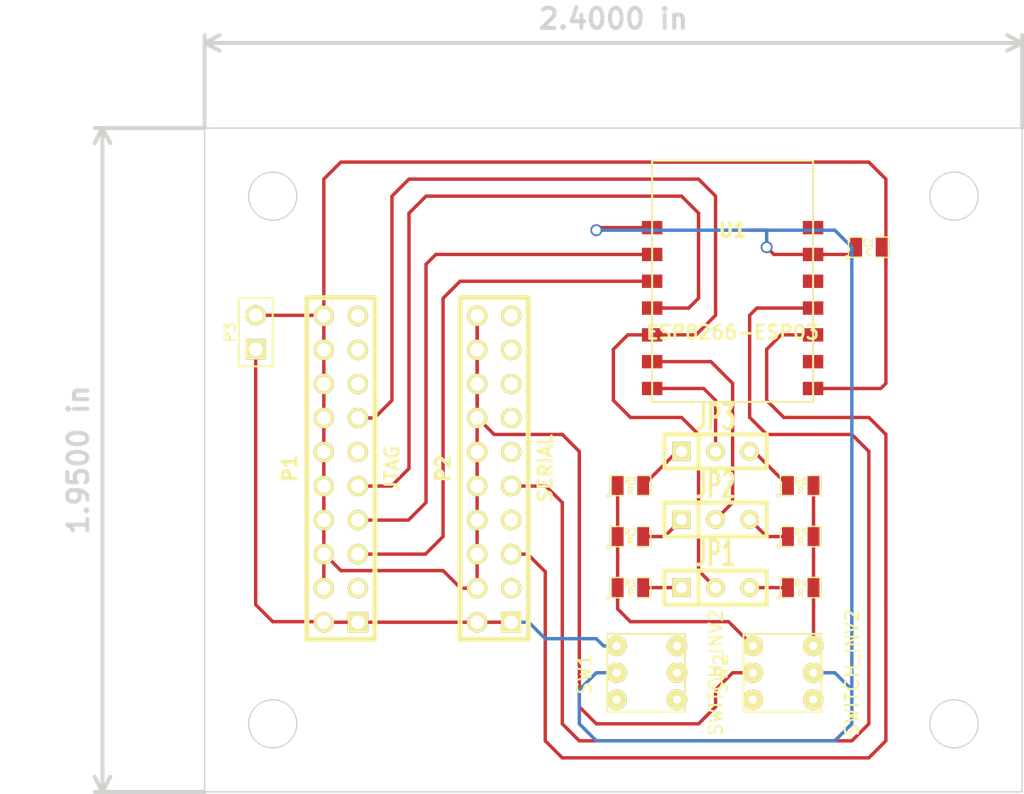
<source format=kicad_pcb>
(kicad_pcb (version 3) (host pcbnew "(2013-june-11)-stable")

  (general
    (links 51)
    (no_connects 0)
    (area 27.889999 25.349999 88.950001 74.980001)
    (thickness 1.6)
    (drawings 10)
    (tracks 189)
    (zones 0)
    (modules 16)
    (nets 20)
  )

  (page A4)
  (layers
    (15 F.Cu signal)
    (0 B.Cu signal hide)
    (16 B.Adhes user)
    (17 F.Adhes user)
    (18 B.Paste user)
    (19 F.Paste user)
    (20 B.SilkS user)
    (21 F.SilkS user)
    (22 B.Mask user)
    (23 F.Mask user)
    (24 Dwgs.User user)
    (25 Cmts.User user)
    (26 Eco1.User user)
    (27 Eco2.User user)
    (28 Edge.Cuts user)
  )

  (setup
    (last_trace_width 0.254)
    (trace_clearance 0.254)
    (zone_clearance 0.508)
    (zone_45_only no)
    (trace_min 0.254)
    (segment_width 0.2)
    (edge_width 0.1)
    (via_size 0.889)
    (via_drill 0.635)
    (via_min_size 0.889)
    (via_min_drill 0.508)
    (uvia_size 0.508)
    (uvia_drill 0.127)
    (uvias_allowed no)
    (uvia_min_size 0.508)
    (uvia_min_drill 0.127)
    (pcb_text_width 0.3)
    (pcb_text_size 1.5 1.5)
    (mod_edge_width 0.15)
    (mod_text_size 1 1)
    (mod_text_width 0.15)
    (pad_size 1.524 1.524)
    (pad_drill 0.6)
    (pad_to_mask_clearance 0)
    (aux_axis_origin 124.46 64.77)
    (visible_elements FFFFFFBF)
    (pcbplotparams
      (layerselection 3178497)
      (usegerberextensions false)
      (excludeedgelayer false)
      (linewidth 0.150000)
      (plotframeref false)
      (viasonmask false)
      (mode 1)
      (useauxorigin false)
      (hpglpennumber 1)
      (hpglpenspeed 20)
      (hpglpendiameter 15)
      (hpglpenoverlay 2)
      (psnegative false)
      (psa4output false)
      (plotreference true)
      (plotvalue true)
      (plotothertext true)
      (plotinvisibletext false)
      (padsonsilk false)
      (subtractmaskfromsilk false)
      (outputformat 2)
      (mirror true)
      (drillshape 2)
      (scaleselection 1)
      (outputdirectory drawings/))
  )

  (net 0 "")
  (net 1 /GPIO0)
  (net 2 /GPIO2)
  (net 3 /MTCK)
  (net 4 /MTDI)
  (net 5 /MTDO)
  (net 6 /MTMS)
  (net 7 /RX)
  (net 8 /TX)
  (net 9 GND)
  (net 10 N-000001)
  (net 11 N-0000011)
  (net 12 N-0000012)
  (net 13 N-0000013)
  (net 14 N-0000014)
  (net 15 N-000002)
  (net 16 N-000003)
  (net 17 N-0000034)
  (net 18 N-000004)
  (net 19 VCC)

  (net_class Default "This is the default net class."
    (clearance 0.254)
    (trace_width 0.254)
    (via_dia 0.889)
    (via_drill 0.635)
    (uvia_dia 0.508)
    (uvia_drill 0.127)
    (add_net "")
    (add_net /GPIO0)
    (add_net /GPIO2)
    (add_net /MTCK)
    (add_net /MTDI)
    (add_net /MTDO)
    (add_net /MTMS)
    (add_net /RX)
    (add_net /TX)
    (add_net GND)
    (add_net N-000001)
    (add_net N-0000011)
    (add_net N-0000012)
    (add_net N-0000013)
    (add_net N-0000014)
    (add_net N-000002)
    (add_net N-000003)
    (add_net N-0000034)
    (add_net N-000004)
    (add_net VCC)
  )

  (module PIN_ARRAY_2X1 (layer F.Cu) (tedit 4565C520) (tstamp 54D926C3)
    (at 31.75 40.64 90)
    (descr "Connecteurs 2 pins")
    (tags "CONN DEV")
    (path /54D7EC77)
    (fp_text reference P3 (at 0 -1.905 90) (layer F.SilkS)
      (effects (font (size 0.762 0.762) (thickness 0.1524)))
    )
    (fp_text value CONN_2 (at 0 -1.905 90) (layer F.SilkS) hide
      (effects (font (size 0.762 0.762) (thickness 0.1524)))
    )
    (fp_line (start -2.54 1.27) (end -2.54 -1.27) (layer F.SilkS) (width 0.1524))
    (fp_line (start -2.54 -1.27) (end 2.54 -1.27) (layer F.SilkS) (width 0.1524))
    (fp_line (start 2.54 -1.27) (end 2.54 1.27) (layer F.SilkS) (width 0.1524))
    (fp_line (start 2.54 1.27) (end -2.54 1.27) (layer F.SilkS) (width 0.1524))
    (pad 1 thru_hole rect (at -1.27 0 90) (size 1.524 1.524) (drill 1.016)
      (layers *.Cu *.Mask F.SilkS)
      (net 19 VCC)
    )
    (pad 2 thru_hole circle (at 1.27 0 90) (size 1.524 1.524) (drill 1.016)
      (layers *.Cu *.Mask F.SilkS)
      (net 9 GND)
    )
    (model pin_array/pins_array_2x1.wrl
      (at (xyz 0 0 0))
      (scale (xyz 1 1 1))
      (rotate (xyz 0 0 0))
    )
  )

  (module pin_array_10x2 (layer F.Cu) (tedit 54D92383) (tstamp 54D926DF)
    (at 38.1 50.8 90)
    (descr "Double rangee de contacts 2 x 10 pins")
    (tags CONN)
    (path /54D7E359)
    (fp_text reference P1 (at 0 -3.81 90) (layer F.SilkS)
      (effects (font (size 1.016 1.016) (thickness 0.254)))
    )
    (fp_text value JTAG (at 0 3.81 90) (layer F.SilkS)
      (effects (font (size 1.016 1.016) (thickness 0.2032)))
    )
    (fp_line (start -12.74 -2.54) (end -12.74 2.54) (layer F.SilkS) (width 0.381))
    (fp_line (start -12.74 2.54) (end 12.74 2.54) (layer F.SilkS) (width 0.381))
    (fp_line (start 12.74 2.54) (end 12.74 -2.54) (layer F.SilkS) (width 0.381))
    (fp_line (start 12.74 -2.54) (end -12.74 -2.54) (layer F.SilkS) (width 0.381))
    (pad 1 thru_hole rect (at -11.47 1.27 90) (size 1.524 1.524) (drill 1.016)
      (layers *.Cu *.Mask F.SilkS)
      (net 19 VCC)
    )
    (pad 2 thru_hole circle (at -11.47 -1.27 90) (size 1.524 1.524) (drill 1.016)
      (layers *.Cu *.Mask F.SilkS)
      (net 19 VCC)
    )
    (pad 3 thru_hole circle (at -8.93 1.27 90) (size 1.524 1.524) (drill 1.016)
      (layers *.Cu *.Mask F.SilkS)
    )
    (pad 4 thru_hole circle (at -8.93 -1.27 90) (size 1.524 1.524) (drill 1.016)
      (layers *.Cu *.Mask F.SilkS)
      (net 9 GND)
    )
    (pad 5 thru_hole circle (at -6.39 1.27 90) (size 1.524 1.524) (drill 1.016)
      (layers *.Cu *.Mask F.SilkS)
      (net 4 /MTDI)
    )
    (pad 6 thru_hole circle (at -6.39 -1.27 90) (size 1.524 1.524) (drill 1.016)
      (layers *.Cu *.Mask F.SilkS)
      (net 9 GND)
    )
    (pad 7 thru_hole circle (at -3.85 1.27 90) (size 1.524 1.524) (drill 1.016)
      (layers *.Cu *.Mask F.SilkS)
      (net 6 /MTMS)
    )
    (pad 8 thru_hole circle (at -3.85 -1.27 90) (size 1.524 1.524) (drill 1.016)
      (layers *.Cu *.Mask F.SilkS)
      (net 9 GND)
    )
    (pad 9 thru_hole circle (at -1.31 1.27 90) (size 1.524 1.524) (drill 1.016)
      (layers *.Cu *.Mask F.SilkS)
      (net 3 /MTCK)
    )
    (pad 10 thru_hole circle (at -1.31 -1.27 90) (size 1.524 1.524) (drill 1.016)
      (layers *.Cu *.Mask F.SilkS)
      (net 9 GND)
    )
    (pad 11 thru_hole circle (at 1.23 1.27 90) (size 1.524 1.524) (drill 1.016)
      (layers *.Cu *.Mask F.SilkS)
    )
    (pad 12 thru_hole circle (at 1.23 -1.27 90) (size 1.524 1.524) (drill 1.016)
      (layers *.Cu *.Mask F.SilkS)
      (net 9 GND)
    )
    (pad 13 thru_hole circle (at 3.77 1.27 90) (size 1.524 1.524) (drill 1.016)
      (layers *.Cu *.Mask F.SilkS)
      (net 5 /MTDO)
    )
    (pad 14 thru_hole circle (at 3.77 -1.27 90) (size 1.524 1.524) (drill 1.016)
      (layers *.Cu *.Mask F.SilkS)
      (net 9 GND)
    )
    (pad 15 thru_hole circle (at 6.31 1.27 90) (size 1.524 1.524) (drill 1.016)
      (layers *.Cu *.Mask F.SilkS)
    )
    (pad 16 thru_hole circle (at 6.31 -1.27 90) (size 1.524 1.524) (drill 1.016)
      (layers *.Cu *.Mask F.SilkS)
      (net 9 GND)
    )
    (pad 17 thru_hole circle (at 8.85 1.27 90) (size 1.524 1.524) (drill 1.016)
      (layers *.Cu *.Mask F.SilkS)
    )
    (pad 18 thru_hole circle (at 8.85 -1.27 90) (size 1.524 1.524) (drill 1.016)
      (layers *.Cu *.Mask F.SilkS)
      (net 9 GND)
    )
    (pad 19 thru_hole circle (at 11.39 1.27 90) (size 1.524 1.524) (drill 1.016)
      (layers *.Cu *.Mask F.SilkS)
    )
    (pad 20 thru_hole circle (at 11.39 -1.27 90) (size 1.524 1.524) (drill 1.016)
      (layers *.Cu *.Mask F.SilkS)
      (net 9 GND)
    )
    (model pin_array/pins_array_12x2.wrl
      (at (xyz 0 0 0))
      (scale (xyz 1 1 1))
      (rotate (xyz 0 0 0))
    )
  )

  (module pin_array_10x2 (layer F.Cu) (tedit 54D92383) (tstamp 54D926FB)
    (at 49.53 50.8 90)
    (descr "Double rangee de contacts 2 x 10 pins")
    (tags CONN)
    (path /54D7E36C)
    (fp_text reference P2 (at 0 -3.81 90) (layer F.SilkS)
      (effects (font (size 1.016 1.016) (thickness 0.254)))
    )
    (fp_text value SERIAL (at 0 3.81 90) (layer F.SilkS)
      (effects (font (size 1.016 1.016) (thickness 0.2032)))
    )
    (fp_line (start -12.74 -2.54) (end -12.74 2.54) (layer F.SilkS) (width 0.381))
    (fp_line (start -12.74 2.54) (end 12.74 2.54) (layer F.SilkS) (width 0.381))
    (fp_line (start 12.74 2.54) (end 12.74 -2.54) (layer F.SilkS) (width 0.381))
    (fp_line (start 12.74 -2.54) (end -12.74 -2.54) (layer F.SilkS) (width 0.381))
    (pad 1 thru_hole rect (at -11.47 1.27 90) (size 1.524 1.524) (drill 1.016)
      (layers *.Cu *.Mask F.SilkS)
      (net 19 VCC)
    )
    (pad 2 thru_hole circle (at -11.47 -1.27 90) (size 1.524 1.524) (drill 1.016)
      (layers *.Cu *.Mask F.SilkS)
      (net 19 VCC)
    )
    (pad 3 thru_hole circle (at -8.93 1.27 90) (size 1.524 1.524) (drill 1.016)
      (layers *.Cu *.Mask F.SilkS)
    )
    (pad 4 thru_hole circle (at -8.93 -1.27 90) (size 1.524 1.524) (drill 1.016)
      (layers *.Cu *.Mask F.SilkS)
      (net 9 GND)
    )
    (pad 5 thru_hole circle (at -6.39 1.27 90) (size 1.524 1.524) (drill 1.016)
      (layers *.Cu *.Mask F.SilkS)
      (net 7 /RX)
    )
    (pad 6 thru_hole circle (at -6.39 -1.27 90) (size 1.524 1.524) (drill 1.016)
      (layers *.Cu *.Mask F.SilkS)
      (net 9 GND)
    )
    (pad 7 thru_hole circle (at -3.85 1.27 90) (size 1.524 1.524) (drill 1.016)
      (layers *.Cu *.Mask F.SilkS)
    )
    (pad 8 thru_hole circle (at -3.85 -1.27 90) (size 1.524 1.524) (drill 1.016)
      (layers *.Cu *.Mask F.SilkS)
      (net 9 GND)
    )
    (pad 9 thru_hole circle (at -1.31 1.27 90) (size 1.524 1.524) (drill 1.016)
      (layers *.Cu *.Mask F.SilkS)
      (net 8 /TX)
    )
    (pad 10 thru_hole circle (at -1.31 -1.27 90) (size 1.524 1.524) (drill 1.016)
      (layers *.Cu *.Mask F.SilkS)
      (net 9 GND)
    )
    (pad 11 thru_hole circle (at 1.23 1.27 90) (size 1.524 1.524) (drill 1.016)
      (layers *.Cu *.Mask F.SilkS)
    )
    (pad 12 thru_hole circle (at 1.23 -1.27 90) (size 1.524 1.524) (drill 1.016)
      (layers *.Cu *.Mask F.SilkS)
      (net 9 GND)
    )
    (pad 13 thru_hole circle (at 3.77 1.27 90) (size 1.524 1.524) (drill 1.016)
      (layers *.Cu *.Mask F.SilkS)
    )
    (pad 14 thru_hole circle (at 3.77 -1.27 90) (size 1.524 1.524) (drill 1.016)
      (layers *.Cu *.Mask F.SilkS)
      (net 9 GND)
    )
    (pad 15 thru_hole circle (at 6.31 1.27 90) (size 1.524 1.524) (drill 1.016)
      (layers *.Cu *.Mask F.SilkS)
    )
    (pad 16 thru_hole circle (at 6.31 -1.27 90) (size 1.524 1.524) (drill 1.016)
      (layers *.Cu *.Mask F.SilkS)
      (net 9 GND)
    )
    (pad 17 thru_hole circle (at 8.85 1.27 90) (size 1.524 1.524) (drill 1.016)
      (layers *.Cu *.Mask F.SilkS)
    )
    (pad 18 thru_hole circle (at 8.85 -1.27 90) (size 1.524 1.524) (drill 1.016)
      (layers *.Cu *.Mask F.SilkS)
      (net 9 GND)
    )
    (pad 19 thru_hole circle (at 11.39 1.27 90) (size 1.524 1.524) (drill 1.016)
      (layers *.Cu *.Mask F.SilkS)
    )
    (pad 20 thru_hole circle (at 11.39 -1.27 90) (size 1.524 1.524) (drill 1.016)
      (layers *.Cu *.Mask F.SilkS)
      (net 9 GND)
    )
    (model pin_array/pins_array_12x2.wrl
      (at (xyz 0 0 0))
      (scale (xyz 1 1 1))
      (rotate (xyz 0 0 0))
    )
  )

  (module esp_03 (layer F.Cu) (tedit 54D92D24) (tstamp 54D93741)
    (at 67.31 36.83)
    (descr "Double rangee de contacts 2 x 10 pins")
    (tags CONN)
    (path /54D7E2B6)
    (fp_text reference U1 (at 0 -3.81) (layer F.SilkS)
      (effects (font (size 1.016 1.016) (thickness 0.254)))
    )
    (fp_text value ESP8266-ESP03 (at 0 3.81) (layer F.SilkS)
      (effects (font (size 1.016 1.016) (thickness 0.2032)))
    )
    (fp_line (start -6 9) (end 6 9) (layer F.SilkS) (width 0.15))
    (fp_line (start 6 9) (end 6 -9) (layer F.SilkS) (width 0.15))
    (fp_line (start 6 -9) (end -6 -9) (layer F.SilkS) (width 0.15))
    (fp_line (start -6 -9) (end -6 9) (layer F.SilkS) (width 0.15))
    (pad 1 smd rect (at 6 8) (size 1.524 1)
      (layers F.Cu F.Paste F.Mask)
      (net 9 GND)
    )
    (pad 2 smd rect (at 6 6) (size 1.524 1)
      (layers F.Cu F.Paste F.Mask)
    )
    (pad 3 smd rect (at 6 4) (size 1.524 1)
      (layers F.Cu F.Paste F.Mask)
      (net 7 /RX)
    )
    (pad 4 smd rect (at 6 2) (size 1.524 1)
      (layers F.Cu F.Paste F.Mask)
      (net 8 /TX)
    )
    (pad 5 smd rect (at 6 0) (size 1.524 1)
      (layers F.Cu F.Paste F.Mask)
    )
    (pad 6 smd rect (at 6 -2) (size 1.524 1)
      (layers F.Cu F.Paste F.Mask)
      (net 17 N-0000034)
    )
    (pad 7 smd rect (at 6 -4) (size 1.524 1)
      (layers F.Cu F.Paste F.Mask)
    )
    (pad 8 smd rect (at -6 -4) (size 1.524 1)
      (layers F.Cu F.Paste F.Mask)
      (net 17 N-0000034)
    )
    (pad 9 smd rect (at -6 -2) (size 1.524 1)
      (layers F.Cu F.Paste F.Mask)
      (net 6 /MTMS)
    )
    (pad 10 smd rect (at -6 0) (size 1.524 1)
      (layers F.Cu F.Paste F.Mask)
      (net 4 /MTDI)
    )
    (pad 11 smd rect (at -6 2) (size 1.524 1)
      (layers F.Cu F.Paste F.Mask)
      (net 3 /MTCK)
    )
    (pad 12 smd rect (at -6 4) (size 1.524 1)
      (layers F.Cu F.Paste F.Mask)
      (net 5 /MTDO)
    )
    (pad 13 smd rect (at -6 6) (size 1.524 1)
      (layers F.Cu F.Paste F.Mask)
      (net 2 /GPIO2)
    )
    (pad 14 smd rect (at -6 8) (size 1.524 1)
      (layers F.Cu F.Paste F.Mask)
      (net 1 /GPIO0)
    )
    (model pin_array/pins_array_12x2.wrl
      (at (xyz 0 0 0))
      (scale (xyz 1 1 1))
      (rotate (xyz 0 0 0))
    )
  )

  (module SM0805 (layer F.Cu) (tedit 5091495C) (tstamp 54D965B3)
    (at 72.39 59.69)
    (path /54D95A1A)
    (attr smd)
    (fp_text reference R4 (at 0 -0.3175) (layer F.SilkS)
      (effects (font (size 0.50038 0.50038) (thickness 0.10922)))
    )
    (fp_text value R (at 0 0.381) (layer F.SilkS)
      (effects (font (size 0.50038 0.50038) (thickness 0.10922)))
    )
    (fp_circle (center -1.651 0.762) (end -1.651 0.635) (layer F.SilkS) (width 0.09906))
    (fp_line (start -0.508 0.762) (end -1.524 0.762) (layer F.SilkS) (width 0.09906))
    (fp_line (start -1.524 0.762) (end -1.524 -0.762) (layer F.SilkS) (width 0.09906))
    (fp_line (start -1.524 -0.762) (end -0.508 -0.762) (layer F.SilkS) (width 0.09906))
    (fp_line (start 0.508 -0.762) (end 1.524 -0.762) (layer F.SilkS) (width 0.09906))
    (fp_line (start 1.524 -0.762) (end 1.524 0.762) (layer F.SilkS) (width 0.09906))
    (fp_line (start 1.524 0.762) (end 0.508 0.762) (layer F.SilkS) (width 0.09906))
    (pad 1 smd rect (at -0.9525 0) (size 0.889 1.397)
      (layers F.Cu F.Paste F.Mask)
      (net 12 N-0000012)
    )
    (pad 2 smd rect (at 0.9525 0) (size 0.889 1.397)
      (layers F.Cu F.Paste F.Mask)
      (net 18 N-000004)
    )
    (model smd/chip_cms.wrl
      (at (xyz 0 0 0))
      (scale (xyz 0.1 0.1 0.1))
      (rotate (xyz 0 0 0))
    )
  )

  (module SM0805 (layer F.Cu) (tedit 5091495C) (tstamp 54DF891B)
    (at 72.39 55.88)
    (path /54D95A29)
    (attr smd)
    (fp_text reference R5 (at 0 -0.3175) (layer F.SilkS)
      (effects (font (size 0.50038 0.50038) (thickness 0.10922)))
    )
    (fp_text value R (at 0 0.381) (layer F.SilkS)
      (effects (font (size 0.50038 0.50038) (thickness 0.10922)))
    )
    (fp_circle (center -1.651 0.762) (end -1.651 0.635) (layer F.SilkS) (width 0.09906))
    (fp_line (start -0.508 0.762) (end -1.524 0.762) (layer F.SilkS) (width 0.09906))
    (fp_line (start -1.524 0.762) (end -1.524 -0.762) (layer F.SilkS) (width 0.09906))
    (fp_line (start -1.524 -0.762) (end -0.508 -0.762) (layer F.SilkS) (width 0.09906))
    (fp_line (start 0.508 -0.762) (end 1.524 -0.762) (layer F.SilkS) (width 0.09906))
    (fp_line (start 1.524 -0.762) (end 1.524 0.762) (layer F.SilkS) (width 0.09906))
    (fp_line (start 1.524 0.762) (end 0.508 0.762) (layer F.SilkS) (width 0.09906))
    (pad 1 smd rect (at -0.9525 0) (size 0.889 1.397)
      (layers F.Cu F.Paste F.Mask)
      (net 13 N-0000013)
    )
    (pad 2 smd rect (at 0.9525 0) (size 0.889 1.397)
      (layers F.Cu F.Paste F.Mask)
      (net 18 N-000004)
    )
    (model smd/chip_cms.wrl
      (at (xyz 0 0 0))
      (scale (xyz 0.1 0.1 0.1))
      (rotate (xyz 0 0 0))
    )
  )

  (module SM0805 (layer F.Cu) (tedit 5091495C) (tstamp 54DF88D8)
    (at 72.39 52.07)
    (path /54D95A38)
    (attr smd)
    (fp_text reference R6 (at 0 -0.3175) (layer F.SilkS)
      (effects (font (size 0.50038 0.50038) (thickness 0.10922)))
    )
    (fp_text value R (at 0 0.381) (layer F.SilkS)
      (effects (font (size 0.50038 0.50038) (thickness 0.10922)))
    )
    (fp_circle (center -1.651 0.762) (end -1.651 0.635) (layer F.SilkS) (width 0.09906))
    (fp_line (start -0.508 0.762) (end -1.524 0.762) (layer F.SilkS) (width 0.09906))
    (fp_line (start -1.524 0.762) (end -1.524 -0.762) (layer F.SilkS) (width 0.09906))
    (fp_line (start -1.524 -0.762) (end -0.508 -0.762) (layer F.SilkS) (width 0.09906))
    (fp_line (start 0.508 -0.762) (end 1.524 -0.762) (layer F.SilkS) (width 0.09906))
    (fp_line (start 1.524 -0.762) (end 1.524 0.762) (layer F.SilkS) (width 0.09906))
    (fp_line (start 1.524 0.762) (end 0.508 0.762) (layer F.SilkS) (width 0.09906))
    (pad 1 smd rect (at -0.9525 0) (size 0.889 1.397)
      (layers F.Cu F.Paste F.Mask)
      (net 14 N-0000014)
    )
    (pad 2 smd rect (at 0.9525 0) (size 0.889 1.397)
      (layers F.Cu F.Paste F.Mask)
      (net 18 N-000004)
    )
    (model smd/chip_cms.wrl
      (at (xyz 0 0 0))
      (scale (xyz 0.1 0.1 0.1))
      (rotate (xyz 0 0 0))
    )
  )

  (module SM0805 (layer F.Cu) (tedit 5091495C) (tstamp 54D9649C)
    (at 59.69 59.69)
    (path /54D95A47)
    (attr smd)
    (fp_text reference R1 (at 0 -0.3175) (layer F.SilkS)
      (effects (font (size 0.50038 0.50038) (thickness 0.10922)))
    )
    (fp_text value R (at 0 0.381) (layer F.SilkS)
      (effects (font (size 0.50038 0.50038) (thickness 0.10922)))
    )
    (fp_circle (center -1.651 0.762) (end -1.651 0.635) (layer F.SilkS) (width 0.09906))
    (fp_line (start -0.508 0.762) (end -1.524 0.762) (layer F.SilkS) (width 0.09906))
    (fp_line (start -1.524 0.762) (end -1.524 -0.762) (layer F.SilkS) (width 0.09906))
    (fp_line (start -1.524 -0.762) (end -0.508 -0.762) (layer F.SilkS) (width 0.09906))
    (fp_line (start 0.508 -0.762) (end 1.524 -0.762) (layer F.SilkS) (width 0.09906))
    (fp_line (start 1.524 -0.762) (end 1.524 0.762) (layer F.SilkS) (width 0.09906))
    (fp_line (start 1.524 0.762) (end 0.508 0.762) (layer F.SilkS) (width 0.09906))
    (pad 1 smd rect (at -0.9525 0) (size 0.889 1.397)
      (layers F.Cu F.Paste F.Mask)
      (net 16 N-000003)
    )
    (pad 2 smd rect (at 0.9525 0) (size 0.889 1.397)
      (layers F.Cu F.Paste F.Mask)
      (net 11 N-0000011)
    )
    (model smd/chip_cms.wrl
      (at (xyz 0 0 0))
      (scale (xyz 0.1 0.1 0.1))
      (rotate (xyz 0 0 0))
    )
  )

  (module SM0805 (layer F.Cu) (tedit 5091495C) (tstamp 54D964A9)
    (at 59.69 55.88)
    (path /54D95A56)
    (attr smd)
    (fp_text reference R2 (at 0 -0.3175) (layer F.SilkS)
      (effects (font (size 0.50038 0.50038) (thickness 0.10922)))
    )
    (fp_text value R (at 0 0.381) (layer F.SilkS)
      (effects (font (size 0.50038 0.50038) (thickness 0.10922)))
    )
    (fp_circle (center -1.651 0.762) (end -1.651 0.635) (layer F.SilkS) (width 0.09906))
    (fp_line (start -0.508 0.762) (end -1.524 0.762) (layer F.SilkS) (width 0.09906))
    (fp_line (start -1.524 0.762) (end -1.524 -0.762) (layer F.SilkS) (width 0.09906))
    (fp_line (start -1.524 -0.762) (end -0.508 -0.762) (layer F.SilkS) (width 0.09906))
    (fp_line (start 0.508 -0.762) (end 1.524 -0.762) (layer F.SilkS) (width 0.09906))
    (fp_line (start 1.524 -0.762) (end 1.524 0.762) (layer F.SilkS) (width 0.09906))
    (fp_line (start 1.524 0.762) (end 0.508 0.762) (layer F.SilkS) (width 0.09906))
    (pad 1 smd rect (at -0.9525 0) (size 0.889 1.397)
      (layers F.Cu F.Paste F.Mask)
      (net 16 N-000003)
    )
    (pad 2 smd rect (at 0.9525 0) (size 0.889 1.397)
      (layers F.Cu F.Paste F.Mask)
      (net 15 N-000002)
    )
    (model smd/chip_cms.wrl
      (at (xyz 0 0 0))
      (scale (xyz 0.1 0.1 0.1))
      (rotate (xyz 0 0 0))
    )
  )

  (module SM0805 (layer F.Cu) (tedit 5091495C) (tstamp 54D964B6)
    (at 59.69 52.07)
    (path /54D95A65)
    (attr smd)
    (fp_text reference R3 (at 0 -0.3175) (layer F.SilkS)
      (effects (font (size 0.50038 0.50038) (thickness 0.10922)))
    )
    (fp_text value R (at 0 0.381) (layer F.SilkS)
      (effects (font (size 0.50038 0.50038) (thickness 0.10922)))
    )
    (fp_circle (center -1.651 0.762) (end -1.651 0.635) (layer F.SilkS) (width 0.09906))
    (fp_line (start -0.508 0.762) (end -1.524 0.762) (layer F.SilkS) (width 0.09906))
    (fp_line (start -1.524 0.762) (end -1.524 -0.762) (layer F.SilkS) (width 0.09906))
    (fp_line (start -1.524 -0.762) (end -0.508 -0.762) (layer F.SilkS) (width 0.09906))
    (fp_line (start 0.508 -0.762) (end 1.524 -0.762) (layer F.SilkS) (width 0.09906))
    (fp_line (start 1.524 -0.762) (end 1.524 0.762) (layer F.SilkS) (width 0.09906))
    (fp_line (start 1.524 0.762) (end 0.508 0.762) (layer F.SilkS) (width 0.09906))
    (pad 1 smd rect (at -0.9525 0) (size 0.889 1.397)
      (layers F.Cu F.Paste F.Mask)
      (net 16 N-000003)
    )
    (pad 2 smd rect (at 0.9525 0) (size 0.889 1.397)
      (layers F.Cu F.Paste F.Mask)
      (net 10 N-000001)
    )
    (model smd/chip_cms.wrl
      (at (xyz 0 0 0))
      (scale (xyz 0.1 0.1 0.1))
      (rotate (xyz 0 0 0))
    )
  )

  (module SIL-3 (layer F.Cu) (tedit 200000) (tstamp 54D964C2)
    (at 66.04 59.69)
    (descr "Connecteur 3 pins")
    (tags "CONN DEV")
    (path /54D95856)
    (fp_text reference JP1 (at 0 -2.54) (layer F.SilkS)
      (effects (font (size 1.7907 1.07696) (thickness 0.3048)))
    )
    (fp_text value JUMPER3 (at 0 -2.54) (layer F.SilkS) hide
      (effects (font (size 1.524 1.016) (thickness 0.3048)))
    )
    (fp_line (start -3.81 1.27) (end -3.81 -1.27) (layer F.SilkS) (width 0.3048))
    (fp_line (start -3.81 -1.27) (end 3.81 -1.27) (layer F.SilkS) (width 0.3048))
    (fp_line (start 3.81 -1.27) (end 3.81 1.27) (layer F.SilkS) (width 0.3048))
    (fp_line (start 3.81 1.27) (end -3.81 1.27) (layer F.SilkS) (width 0.3048))
    (fp_line (start -1.27 -1.27) (end -1.27 1.27) (layer F.SilkS) (width 0.3048))
    (pad 1 thru_hole rect (at -2.54 0) (size 1.397 1.397) (drill 0.8128)
      (layers *.Cu *.Mask F.SilkS)
      (net 11 N-0000011)
    )
    (pad 2 thru_hole circle (at 0 0) (size 1.397 1.397) (drill 0.8128)
      (layers *.Cu *.Mask F.SilkS)
      (net 5 /MTDO)
    )
    (pad 3 thru_hole circle (at 2.54 0) (size 1.397 1.397) (drill 0.8128)
      (layers *.Cu *.Mask F.SilkS)
      (net 12 N-0000012)
    )
  )

  (module SIL-3 (layer F.Cu) (tedit 200000) (tstamp 54D964CE)
    (at 66.04 54.61)
    (descr "Connecteur 3 pins")
    (tags "CONN DEV")
    (path /54D95865)
    (fp_text reference JP2 (at 0 -2.54) (layer F.SilkS)
      (effects (font (size 1.7907 1.07696) (thickness 0.3048)))
    )
    (fp_text value JUMPER3 (at 0 -2.54) (layer F.SilkS) hide
      (effects (font (size 1.524 1.016) (thickness 0.3048)))
    )
    (fp_line (start -3.81 1.27) (end -3.81 -1.27) (layer F.SilkS) (width 0.3048))
    (fp_line (start -3.81 -1.27) (end 3.81 -1.27) (layer F.SilkS) (width 0.3048))
    (fp_line (start 3.81 -1.27) (end 3.81 1.27) (layer F.SilkS) (width 0.3048))
    (fp_line (start 3.81 1.27) (end -3.81 1.27) (layer F.SilkS) (width 0.3048))
    (fp_line (start -1.27 -1.27) (end -1.27 1.27) (layer F.SilkS) (width 0.3048))
    (pad 1 thru_hole rect (at -2.54 0) (size 1.397 1.397) (drill 0.8128)
      (layers *.Cu *.Mask F.SilkS)
      (net 15 N-000002)
    )
    (pad 2 thru_hole circle (at 0 0) (size 1.397 1.397) (drill 0.8128)
      (layers *.Cu *.Mask F.SilkS)
      (net 2 /GPIO2)
    )
    (pad 3 thru_hole circle (at 2.54 0) (size 1.397 1.397) (drill 0.8128)
      (layers *.Cu *.Mask F.SilkS)
      (net 13 N-0000013)
    )
  )

  (module SIL-3 (layer F.Cu) (tedit 200000) (tstamp 54D964DA)
    (at 66.04 49.53)
    (descr "Connecteur 3 pins")
    (tags "CONN DEV")
    (path /54D95874)
    (fp_text reference JP3 (at 0 -2.54) (layer F.SilkS)
      (effects (font (size 1.7907 1.07696) (thickness 0.3048)))
    )
    (fp_text value JUMPER3 (at 0 -2.54) (layer F.SilkS) hide
      (effects (font (size 1.524 1.016) (thickness 0.3048)))
    )
    (fp_line (start -3.81 1.27) (end -3.81 -1.27) (layer F.SilkS) (width 0.3048))
    (fp_line (start -3.81 -1.27) (end 3.81 -1.27) (layer F.SilkS) (width 0.3048))
    (fp_line (start 3.81 -1.27) (end 3.81 1.27) (layer F.SilkS) (width 0.3048))
    (fp_line (start 3.81 1.27) (end -3.81 1.27) (layer F.SilkS) (width 0.3048))
    (fp_line (start -1.27 -1.27) (end -1.27 1.27) (layer F.SilkS) (width 0.3048))
    (pad 1 thru_hole rect (at -2.54 0) (size 1.397 1.397) (drill 0.8128)
      (layers *.Cu *.Mask F.SilkS)
      (net 10 N-000001)
    )
    (pad 2 thru_hole circle (at 0 0) (size 1.397 1.397) (drill 0.8128)
      (layers *.Cu *.Mask F.SilkS)
      (net 1 /GPIO0)
    )
    (pad 3 thru_hole circle (at 2.54 0) (size 1.397 1.397) (drill 0.8128)
      (layers *.Cu *.Mask F.SilkS)
      (net 14 N-0000014)
    )
  )

  (module SWITCH_INV2 (layer F.Cu) (tedit 54DF5DDD) (tstamp 54DF5E8C)
    (at 71.12 66.04 270)
    (path /54DF57C1)
    (fp_text reference SW2 (at 0.1 4.7 270) (layer F.SilkS)
      (effects (font (size 1 1) (thickness 0.15)))
    )
    (fp_text value SWITCH_INV2 (at 0 -5.1 270) (layer F.SilkS)
      (effects (font (size 1 1) (thickness 0.15)))
    )
    (fp_line (start 2.9 -2.8) (end 2.9 3) (layer F.SilkS) (width 0.15))
    (fp_line (start 2.9 3) (end -2.9 3) (layer F.SilkS) (width 0.15))
    (fp_line (start -2.9 3) (end -2.9 -2.8) (layer F.SilkS) (width 0.15))
    (fp_line (start -2.9 -2.8) (end 2.9 -2.8) (layer F.SilkS) (width 0.15))
    (pad 1 thru_hole circle (at -2 -2.2 270) (size 1.524 1.524) (drill 0.6)
      (layers *.Cu *.Mask F.SilkS)
      (net 18 N-000004)
    )
    (pad 2 thru_hole circle (at 0 -2.2 270) (size 1.524 1.524) (drill 0.6)
      (layers *.Cu *.Mask F.SilkS)
      (net 17 N-0000034)
    )
    (pad 3 thru_hole circle (at 2 -2.2 270) (size 1.524 1.524) (drill 0.6)
      (layers *.Cu *.Mask F.SilkS)
    )
    (pad 4 thru_hole circle (at -2 2.3 270) (size 1.524 1.524) (drill 0.6)
      (layers *.Cu *.Mask F.SilkS)
      (net 16 N-000003)
    )
    (pad 5 thru_hole circle (at 0 2.3 270) (size 1.524 1.524) (drill 0.6)
      (layers *.Cu *.Mask F.SilkS)
      (net 9 GND)
    )
    (pad 6 thru_hole circle (at 2 2.3 270) (size 1.524 1.524) (drill 0.6)
      (layers *.Cu *.Mask F.SilkS)
    )
  )

  (module SWITCH_INV2 (layer F.Cu) (tedit 54DF5DDD) (tstamp 54DF5E9A)
    (at 60.96 66.04 270)
    (path /54DF5C48)
    (fp_text reference SW1 (at 0.1 4.7 270) (layer F.SilkS)
      (effects (font (size 1 1) (thickness 0.15)))
    )
    (fp_text value SWITCH_INV2 (at 0 -5.1 270) (layer F.SilkS)
      (effects (font (size 1 1) (thickness 0.15)))
    )
    (fp_line (start 2.9 -2.8) (end 2.9 3) (layer F.SilkS) (width 0.15))
    (fp_line (start 2.9 3) (end -2.9 3) (layer F.SilkS) (width 0.15))
    (fp_line (start -2.9 3) (end -2.9 -2.8) (layer F.SilkS) (width 0.15))
    (fp_line (start -2.9 -2.8) (end 2.9 -2.8) (layer F.SilkS) (width 0.15))
    (pad 1 thru_hole circle (at -2 -2.2 270) (size 1.524 1.524) (drill 0.6)
      (layers *.Cu *.Mask F.SilkS)
    )
    (pad 2 thru_hole circle (at 0 -2.2 270) (size 1.524 1.524) (drill 0.6)
      (layers *.Cu *.Mask F.SilkS)
    )
    (pad 3 thru_hole circle (at 2 -2.2 270) (size 1.524 1.524) (drill 0.6)
      (layers *.Cu *.Mask F.SilkS)
    )
    (pad 4 thru_hole circle (at -2 2.3 270) (size 1.524 1.524) (drill 0.6)
      (layers *.Cu *.Mask F.SilkS)
      (net 19 VCC)
    )
    (pad 5 thru_hole circle (at 0 2.3 270) (size 1.524 1.524) (drill 0.6)
      (layers *.Cu *.Mask F.SilkS)
      (net 17 N-0000034)
    )
    (pad 6 thru_hole circle (at 2 2.3 270) (size 1.524 1.524) (drill 0.6)
      (layers *.Cu *.Mask F.SilkS)
    )
  )

  (module SM0805 (layer F.Cu) (tedit 5091495C) (tstamp 54DFBAFE)
    (at 77.47 34.29)
    (path /54DFBA92)
    (attr smd)
    (fp_text reference C1 (at 0 -0.3175) (layer F.SilkS)
      (effects (font (size 0.50038 0.50038) (thickness 0.10922)))
    )
    (fp_text value C (at 0 0.381) (layer F.SilkS)
      (effects (font (size 0.50038 0.50038) (thickness 0.10922)))
    )
    (fp_circle (center -1.651 0.762) (end -1.651 0.635) (layer F.SilkS) (width 0.09906))
    (fp_line (start -0.508 0.762) (end -1.524 0.762) (layer F.SilkS) (width 0.09906))
    (fp_line (start -1.524 0.762) (end -1.524 -0.762) (layer F.SilkS) (width 0.09906))
    (fp_line (start -1.524 -0.762) (end -0.508 -0.762) (layer F.SilkS) (width 0.09906))
    (fp_line (start 0.508 -0.762) (end 1.524 -0.762) (layer F.SilkS) (width 0.09906))
    (fp_line (start 1.524 -0.762) (end 1.524 0.762) (layer F.SilkS) (width 0.09906))
    (fp_line (start 1.524 0.762) (end 0.508 0.762) (layer F.SilkS) (width 0.09906))
    (pad 1 smd rect (at -0.9525 0) (size 0.889 1.397)
      (layers F.Cu F.Paste F.Mask)
      (net 17 N-0000034)
    )
    (pad 2 smd rect (at 0.9525 0) (size 0.889 1.397)
      (layers F.Cu F.Paste F.Mask)
      (net 9 GND)
    )
    (model smd/chip_cms.wrl
      (at (xyz 0 0 0))
      (scale (xyz 0.1 0.1 0.1))
      (rotate (xyz 0 0 0))
    )
  )

  (gr_circle (center 83.82 69.85) (end 85.09 68.58) (layer Edge.Cuts) (width 0.1))
  (gr_circle (center 33.02 30.48) (end 34.29 31.75) (layer Edge.Cuts) (width 0.1))
  (gr_circle (center 83.82 30.48) (end 85.09 29.21) (layer Edge.Cuts) (width 0.1))
  (gr_circle (center 33.02 69.85) (end 31.75 71.12) (layer Edge.Cuts) (width 0.1))
  (gr_line (start 27.94 74.93) (end 27.94 25.4) (angle 90) (layer Edge.Cuts) (width 0.1))
  (gr_line (start 88.9 74.93) (end 27.94 74.93) (angle 90) (layer Edge.Cuts) (width 0.1))
  (gr_line (start 88.9 25.4) (end 88.9 74.93) (angle 90) (layer Edge.Cuts) (width 0.1))
  (gr_line (start 27.94 25.4) (end 88.9 25.4) (angle 90) (layer Edge.Cuts) (width 0.1))
  (dimension 49.53 (width 0.3) (layer Edge.Cuts)
    (gr_text "49.530 mm" (at 18.970001 50.165 270) (layer Edge.Cuts)
      (effects (font (size 1.5 1.5) (thickness 0.3)))
    )
    (feature1 (pts (xy 27.94 74.93) (xy 17.620001 74.93)))
    (feature2 (pts (xy 27.94 25.4) (xy 17.620001 25.4)))
    (crossbar (pts (xy 20.320001 25.4) (xy 20.320001 74.93)))
    (arrow1a (pts (xy 20.320001 74.93) (xy 19.733581 73.803497)))
    (arrow1b (pts (xy 20.320001 74.93) (xy 20.906421 73.803497)))
    (arrow2a (pts (xy 20.320001 25.4) (xy 19.733581 26.526503)))
    (arrow2b (pts (xy 20.320001 25.4) (xy 20.906421 26.526503)))
  )
  (dimension 60.96 (width 0.3) (layer Edge.Cuts)
    (gr_text "60.960 mm" (at 58.42 17.700001) (layer Edge.Cuts)
      (effects (font (size 1.5 1.5) (thickness 0.3)))
    )
    (feature1 (pts (xy 88.9 25.4) (xy 88.9 16.350001)))
    (feature2 (pts (xy 27.94 25.4) (xy 27.94 16.350001)))
    (crossbar (pts (xy 27.94 19.050001) (xy 88.9 19.050001)))
    (arrow1a (pts (xy 88.9 19.050001) (xy 87.773497 19.636421)))
    (arrow1b (pts (xy 88.9 19.050001) (xy 87.773497 18.463581)))
    (arrow2a (pts (xy 27.94 19.050001) (xy 29.066503 19.636421)))
    (arrow2b (pts (xy 27.94 19.050001) (xy 29.066503 18.463581)))
  )

  (segment (start 66.04 49.53) (end 66.04 46.99) (width 0.254) (layer F.Cu) (net 1))
  (segment (start 61.31 44.83) (end 65.15 44.83) (width 0.254) (layer F.Cu) (net 1))
  (segment (start 65.15 44.83) (end 66.04 45.72) (width 0.254) (layer F.Cu) (net 1) (tstamp 54DF6006))
  (segment (start 66.04 45.72) (end 66.04 46.99) (width 0.254) (layer F.Cu) (net 1) (tstamp 54DF6009))
  (segment (start 66.04 54.61) (end 67.31 53.34) (width 0.254) (layer F.Cu) (net 2))
  (segment (start 61.31 42.83) (end 65.69 42.83) (width 0.254) (layer F.Cu) (net 2))
  (segment (start 67.31 46.99) (end 67.31 53.34) (width 0.254) (layer F.Cu) (net 2) (tstamp 54D9676F))
  (segment (start 67.31 44.45) (end 67.31 46.99) (width 0.254) (layer F.Cu) (net 2) (tstamp 54DF5FFA))
  (segment (start 65.69 42.83) (end 67.31 44.45) (width 0.254) (layer F.Cu) (net 2) (tstamp 54DF5FF7))
  (segment (start 39.37 52.11) (end 41.87 52.11) (width 0.254) (layer F.Cu) (net 3))
  (segment (start 41.87 52.11) (end 43.18 50.8) (width 0.254) (layer F.Cu) (net 3) (tstamp 54DF6723))
  (segment (start 61.31 38.83) (end 64.04 38.83) (width 0.254) (layer F.Cu) (net 3))
  (segment (start 64.77 38.1) (end 64.04 38.83) (width 0.254) (layer F.Cu) (net 3) (tstamp 54D94DF1))
  (segment (start 64.77 31.75) (end 64.77 38.1) (width 0.254) (layer F.Cu) (net 3) (tstamp 54D94DF0))
  (segment (start 63.5 30.48) (end 64.77 31.75) (width 0.254) (layer F.Cu) (net 3) (tstamp 54D94DED))
  (segment (start 44.45 30.48) (end 63.5 30.48) (width 0.254) (layer F.Cu) (net 3) (tstamp 54D94DEB))
  (segment (start 43.18 31.75) (end 44.45 30.48) (width 0.254) (layer F.Cu) (net 3) (tstamp 54D94DE9))
  (segment (start 43.18 50.8) (end 43.18 31.75) (width 0.254) (layer F.Cu) (net 3) (tstamp 54DF6729))
  (segment (start 39.37 57.19) (end 44.41 57.19) (width 0.254) (layer F.Cu) (net 4))
  (segment (start 44.41 57.19) (end 45.72 55.88) (width 0.254) (layer F.Cu) (net 4) (tstamp 54DF6734))
  (segment (start 46.99 36.83) (end 61.31 36.83) (width 0.254) (layer F.Cu) (net 4) (tstamp 54D94E2F))
  (segment (start 45.72 38.1) (end 46.99 36.83) (width 0.254) (layer F.Cu) (net 4) (tstamp 54D94E2D))
  (segment (start 45.72 55.88) (end 45.72 38.1) (width 0.254) (layer F.Cu) (net 4) (tstamp 54DF6739))
  (segment (start 39.37 47.03) (end 40.6 47.03) (width 0.254) (layer F.Cu) (net 5))
  (segment (start 40.6 47.03) (end 41.91 45.72) (width 0.254) (layer F.Cu) (net 5) (tstamp 54DF6716))
  (segment (start 64.77 50.8) (end 64.77 48.26) (width 0.254) (layer F.Cu) (net 5))
  (segment (start 64.77 48.26) (end 63.5 46.99) (width 0.254) (layer F.Cu) (net 5) (tstamp 54DF601C))
  (segment (start 61.31 40.83) (end 59.5 40.83) (width 0.254) (layer F.Cu) (net 5))
  (segment (start 59.5 40.83) (end 58.42 41.91) (width 0.254) (layer F.Cu) (net 5) (tstamp 54D96775))
  (segment (start 58.42 41.91) (end 58.42 45.72) (width 0.254) (layer F.Cu) (net 5) (tstamp 54D96777))
  (segment (start 58.42 45.72) (end 59.69 46.99) (width 0.254) (layer F.Cu) (net 5) (tstamp 54D9677A))
  (segment (start 59.69 46.99) (end 63.5 46.99) (width 0.254) (layer F.Cu) (net 5) (tstamp 54D9677C))
  (segment (start 64.58 40.83) (end 61.31 40.83) (width 0.254) (layer F.Cu) (net 5) (tstamp 54D94DD4))
  (segment (start 66.04 39.37) (end 64.58 40.83) (width 0.254) (layer F.Cu) (net 5) (tstamp 54D94DD2))
  (segment (start 66.04 30.48) (end 66.04 39.37) (width 0.254) (layer F.Cu) (net 5) (tstamp 54D94DCC))
  (segment (start 64.77 29.21) (end 66.04 30.48) (width 0.254) (layer F.Cu) (net 5) (tstamp 54D94DCA))
  (segment (start 43.18 29.21) (end 64.77 29.21) (width 0.254) (layer F.Cu) (net 5) (tstamp 54D94DC7))
  (segment (start 41.91 30.48) (end 43.18 29.21) (width 0.254) (layer F.Cu) (net 5) (tstamp 54D94DC4))
  (segment (start 41.91 45.72) (end 41.91 30.48) (width 0.254) (layer F.Cu) (net 5) (tstamp 54DF671F))
  (segment (start 64.77 58.42) (end 66.04 59.69) (width 0.254) (layer F.Cu) (net 5) (tstamp 54D96784))
  (segment (start 64.77 50.8) (end 64.77 58.42) (width 0.254) (layer F.Cu) (net 5) (tstamp 54D96781))
  (segment (start 39.37 54.65) (end 43.14 54.65) (width 0.254) (layer F.Cu) (net 6))
  (segment (start 43.14 54.65) (end 44.45 53.34) (width 0.254) (layer F.Cu) (net 6) (tstamp 54DF672C))
  (segment (start 61.31 34.83) (end 45.18 34.83) (width 0.254) (layer F.Cu) (net 6))
  (segment (start 45.18 34.83) (end 44.45 35.56) (width 0.254) (layer F.Cu) (net 6) (tstamp 54D94F9E))
  (segment (start 44.45 53.34) (end 44.45 35.56) (width 0.254) (layer F.Cu) (net 6) (tstamp 54DF6731))
  (segment (start 73.31 40.83) (end 70.93 40.83) (width 0.254) (layer F.Cu) (net 7))
  (segment (start 71.12 46.99) (end 73.66 46.99) (width 0.254) (layer F.Cu) (net 7) (tstamp 54DF826C))
  (segment (start 69.85 45.72) (end 71.12 46.99) (width 0.254) (layer F.Cu) (net 7) (tstamp 54DF826A))
  (segment (start 69.85 41.91) (end 69.85 45.72) (width 0.254) (layer F.Cu) (net 7) (tstamp 54DF8268))
  (segment (start 70.93 40.83) (end 69.85 41.91) (width 0.254) (layer F.Cu) (net 7) (tstamp 54DF8266))
  (segment (start 53.34 64.77) (end 53.34 58.5) (width 0.254) (layer F.Cu) (net 7))
  (segment (start 53.34 58.5) (end 52.03 57.19) (width 0.254) (layer F.Cu) (net 7) (tstamp 54DF679C))
  (segment (start 50.8 57.19) (end 52.03 57.19) (width 0.254) (layer F.Cu) (net 7))
  (segment (start 78.74 71.12) (end 78.74 69.85) (width 0.254) (layer F.Cu) (net 7) (tstamp 54D96DEF))
  (segment (start 77.47 72.39) (end 78.74 71.12) (width 0.254) (layer F.Cu) (net 7) (tstamp 54D96DEC))
  (segment (start 54.61 72.39) (end 77.47 72.39) (width 0.254) (layer F.Cu) (net 7) (tstamp 54D96DEB))
  (segment (start 53.34 71.12) (end 54.61 72.39) (width 0.254) (layer F.Cu) (net 7) (tstamp 54D96DE9))
  (segment (start 78.74 60.96) (end 78.74 48.26) (width 0.254) (layer F.Cu) (net 7))
  (segment (start 53.34 64.77) (end 53.34 67.31) (width 0.254) (layer F.Cu) (net 7) (tstamp 54D968AE))
  (segment (start 78.74 69.85) (end 78.74 60.96) (width 0.254) (layer F.Cu) (net 7) (tstamp 54D96A76))
  (segment (start 53.34 67.31) (end 53.34 69.85) (width 0.254) (layer F.Cu) (net 7))
  (segment (start 77.47 46.99) (end 73.66 46.99) (width 0.254) (layer F.Cu) (net 7) (tstamp 54D96A9A))
  (segment (start 78.74 48.26) (end 77.47 46.99) (width 0.254) (layer F.Cu) (net 7) (tstamp 54D96A97))
  (segment (start 53.34 69.85) (end 53.34 71.12) (width 0.254) (layer F.Cu) (net 7))
  (segment (start 71.12 38.83) (end 69.12 38.83) (width 0.254) (layer F.Cu) (net 8))
  (segment (start 69.85 48.26) (end 71.12 48.26) (width 0.254) (layer F.Cu) (net 8) (tstamp 54DF825F))
  (segment (start 68.58 46.99) (end 69.85 48.26) (width 0.254) (layer F.Cu) (net 8) (tstamp 54DF825D))
  (segment (start 68.58 39.37) (end 68.58 46.99) (width 0.254) (layer F.Cu) (net 8) (tstamp 54DF825A))
  (segment (start 69.12 38.83) (end 68.58 39.37) (width 0.254) (layer F.Cu) (net 8) (tstamp 54DF8258))
  (segment (start 52.03 52.11) (end 53.38 52.11) (width 0.254) (layer F.Cu) (net 8))
  (segment (start 54.61 53.34) (end 54.61 58.42) (width 0.254) (layer F.Cu) (net 8) (tstamp 54DF8143))
  (segment (start 53.38 52.11) (end 54.61 53.34) (width 0.254) (layer F.Cu) (net 8) (tstamp 54DF813F))
  (segment (start 50.8 52.11) (end 52.03 52.11) (width 0.254) (layer F.Cu) (net 8))
  (segment (start 54.61 58.42) (end 54.61 63.5) (width 0.254) (layer F.Cu) (net 8) (tstamp 54DF8148))
  (segment (start 54.61 66.04) (end 54.61 63.5) (width 0.254) (layer F.Cu) (net 8) (tstamp 54D9692A))
  (segment (start 77.47 49.53) (end 77.47 68.58) (width 0.254) (layer F.Cu) (net 8) (tstamp 54D96AC0))
  (segment (start 54.61 68.58) (end 54.61 66.04) (width 0.254) (layer F.Cu) (net 8) (tstamp 54D96AC8))
  (segment (start 54.61 69.85) (end 55.88 71.12) (width 0.254) (layer F.Cu) (net 8) (tstamp 54D96DFA))
  (segment (start 55.88 71.12) (end 76.2 71.12) (width 0.254) (layer F.Cu) (net 8) (tstamp 54D96DFB))
  (segment (start 76.2 71.12) (end 77.47 69.85) (width 0.254) (layer F.Cu) (net 8) (tstamp 54D96DFC))
  (segment (start 77.47 69.85) (end 77.47 68.58) (width 0.254) (layer F.Cu) (net 8) (tstamp 54D96DFD))
  (segment (start 54.61 68.58) (end 54.61 69.85) (width 0.254) (layer F.Cu) (net 8))
  (segment (start 71.12 38.83) (end 73.31 38.83) (width 0.254) (layer F.Cu) (net 8) (tstamp 54DF8256))
  (segment (start 76.2 48.26) (end 77.47 49.53) (width 0.254) (layer F.Cu) (net 8) (tstamp 54DF6043))
  (segment (start 71.12 48.26) (end 76.2 48.26) (width 0.254) (layer F.Cu) (net 8) (tstamp 54DF6042))
  (segment (start 78.74 35.56) (end 78.74 34.6075) (width 0.254) (layer F.Cu) (net 9) (status 800000))
  (segment (start 78.74 34.6075) (end 78.4225 34.29) (width 0.254) (layer F.Cu) (net 9) (tstamp 54DFBB8E) (status C00000))
  (segment (start 77.09 44.83) (end 78.36 44.83) (width 0.254) (layer F.Cu) (net 9))
  (segment (start 77.47 27.94) (end 76.2 27.94) (width 0.254) (layer F.Cu) (net 9) (tstamp 54DFBB73))
  (segment (start 78.74 29.21) (end 77.47 27.94) (width 0.254) (layer F.Cu) (net 9) (tstamp 54DFBB6F))
  (segment (start 78.74 44.45) (end 78.74 35.56) (width 0.254) (layer F.Cu) (net 9) (tstamp 54DFBB6A))
  (segment (start 78.74 35.56) (end 78.74 29.21) (width 0.254) (layer F.Cu) (net 9) (tstamp 54DFBB8C))
  (segment (start 78.36 44.83) (end 78.74 44.45) (width 0.254) (layer F.Cu) (net 9) (tstamp 54DFBB66))
  (segment (start 48.26 47.03) (end 48.3 47.03) (width 0.254) (layer F.Cu) (net 9))
  (segment (start 67.31 66.04) (end 68.82 66.04) (width 0.254) (layer F.Cu) (net 9) (tstamp 54DF8609))
  (segment (start 66.04 67.31) (end 67.31 66.04) (width 0.254) (layer F.Cu) (net 9) (tstamp 54DF8608))
  (segment (start 66.04 68.58) (end 66.04 67.31) (width 0.254) (layer F.Cu) (net 9) (tstamp 54DF8607))
  (segment (start 64.77 69.85) (end 66.04 68.58) (width 0.254) (layer F.Cu) (net 9) (tstamp 54DF8602))
  (segment (start 57.15 69.85) (end 64.77 69.85) (width 0.254) (layer F.Cu) (net 9) (tstamp 54DF85FE))
  (segment (start 55.88 68.58) (end 57.15 69.85) (width 0.254) (layer F.Cu) (net 9) (tstamp 54DF85FC))
  (segment (start 55.88 49.53) (end 55.88 68.58) (width 0.254) (layer F.Cu) (net 9) (tstamp 54DF85F7))
  (segment (start 54.61 48.26) (end 55.88 49.53) (width 0.254) (layer F.Cu) (net 9) (tstamp 54DF85F5))
  (segment (start 49.53 48.26) (end 54.61 48.26) (width 0.254) (layer F.Cu) (net 9) (tstamp 54DF85F2))
  (segment (start 48.3 47.03) (end 49.53 48.26) (width 0.254) (layer F.Cu) (net 9) (tstamp 54DF85ED))
  (segment (start 36.83 39.41) (end 36.83 29.21) (width 0.254) (layer F.Cu) (net 9))
  (segment (start 77.09 44.83) (end 73.31 44.83) (width 0.254) (layer F.Cu) (net 9) (tstamp 54DF8510))
  (segment (start 38.1 27.94) (end 76.2 27.94) (width 0.254) (layer F.Cu) (net 9) (tstamp 54DF8505))
  (segment (start 36.83 29.21) (end 38.1 27.94) (width 0.254) (layer F.Cu) (net 9) (tstamp 54DF8501))
  (segment (start 36.83 57.19) (end 36.87 57.19) (width 0.254) (layer F.Cu) (net 9))
  (segment (start 45.72 58.42) (end 47.03 59.73) (width 0.254) (layer F.Cu) (net 9) (tstamp 54DF849B))
  (segment (start 38.1 58.42) (end 45.72 58.42) (width 0.254) (layer F.Cu) (net 9) (tstamp 54DF8497))
  (segment (start 36.87 57.19) (end 38.1 58.42) (width 0.254) (layer F.Cu) (net 9) (tstamp 54DF8496))
  (segment (start 48.26 59.73) (end 47.03 59.73) (width 0.254) (layer F.Cu) (net 9))
  (segment (start 48.26 59.73) (end 48.26 57.19) (width 0.254) (layer F.Cu) (net 9) (tstamp 54DF8300))
  (segment (start 48.26 57.19) (end 48.26 54.65) (width 0.254) (layer F.Cu) (net 9) (tstamp 54DF8301))
  (segment (start 48.26 54.65) (end 48.26 52.11) (width 0.254) (layer F.Cu) (net 9) (tstamp 54DF8302))
  (segment (start 48.26 52.11) (end 48.26 49.57) (width 0.254) (layer F.Cu) (net 9) (tstamp 54DF8303))
  (segment (start 48.26 49.57) (end 48.26 47.03) (width 0.254) (layer F.Cu) (net 9) (tstamp 54DF8304))
  (segment (start 48.26 47.03) (end 48.26 44.49) (width 0.254) (layer F.Cu) (net 9) (tstamp 54DF8305))
  (segment (start 48.26 44.49) (end 48.26 41.95) (width 0.254) (layer F.Cu) (net 9) (tstamp 54DF8306))
  (segment (start 48.26 41.95) (end 48.26 39.41) (width 0.254) (layer F.Cu) (net 9) (tstamp 54DF8307))
  (segment (start 36.83 57.19) (end 36.83 59.73) (width 0.254) (layer F.Cu) (net 9))
  (segment (start 36.83 54.65) (end 36.83 57.19) (width 0.254) (layer F.Cu) (net 9))
  (segment (start 36.83 52.11) (end 36.83 54.65) (width 0.254) (layer F.Cu) (net 9))
  (segment (start 36.83 49.57) (end 36.83 52.11) (width 0.254) (layer F.Cu) (net 9))
  (segment (start 36.83 47.03) (end 36.83 49.57) (width 0.254) (layer F.Cu) (net 9))
  (segment (start 36.83 44.49) (end 36.83 47.03) (width 0.254) (layer F.Cu) (net 9))
  (segment (start 36.83 41.95) (end 36.83 44.49) (width 0.254) (layer F.Cu) (net 9))
  (segment (start 36.83 39.41) (end 36.83 41.95) (width 0.254) (layer F.Cu) (net 9))
  (segment (start 31.75 39.37) (end 36.79 39.37) (width 0.254) (layer F.Cu) (net 9))
  (segment (start 36.79 39.37) (end 36.83 39.41) (width 0.254) (layer F.Cu) (net 9) (tstamp 54DF82AD))
  (segment (start 48.26 39.41) (end 48.26 47.03) (width 0.254) (layer F.Cu) (net 9))
  (segment (start 63.5 49.53) (end 63.1825 49.53) (width 0.254) (layer F.Cu) (net 10))
  (segment (start 63.1825 49.53) (end 60.6425 52.07) (width 0.254) (layer F.Cu) (net 10) (tstamp 54DF8841))
  (segment (start 63.5 59.69) (end 60.6425 59.69) (width 0.254) (layer F.Cu) (net 11))
  (segment (start 68.58 59.69) (end 71.4375 59.69) (width 0.254) (layer F.Cu) (net 12))
  (segment (start 71.4375 55.88) (end 69.85 55.88) (width 0.254) (layer F.Cu) (net 13))
  (segment (start 69.85 55.88) (end 68.58 54.61) (width 0.254) (layer F.Cu) (net 13) (tstamp 54DF8856))
  (segment (start 68.58 49.53) (end 68.8975 49.53) (width 0.254) (layer F.Cu) (net 14))
  (segment (start 68.8975 49.53) (end 71.4375 52.07) (width 0.254) (layer F.Cu) (net 14) (tstamp 54DF8838))
  (segment (start 60.6425 55.88) (end 62.23 55.88) (width 0.254) (layer F.Cu) (net 15))
  (segment (start 62.23 55.88) (end 63.5 54.61) (width 0.254) (layer F.Cu) (net 15) (tstamp 54DF884D))
  (segment (start 58.7375 59.69) (end 58.7375 61.2775) (width 0.254) (layer F.Cu) (net 16))
  (segment (start 67.01 62.23) (end 68.82 64.04) (width 0.254) (layer F.Cu) (net 16) (tstamp 54DF6130))
  (segment (start 59.69 62.23) (end 67.01 62.23) (width 0.254) (layer F.Cu) (net 16) (tstamp 54DF612E))
  (segment (start 58.7375 61.2775) (end 59.69 62.23) (width 0.254) (layer F.Cu) (net 16) (tstamp 54DF612B))
  (segment (start 58.7375 52.07) (end 58.7375 55.88) (width 0.254) (layer F.Cu) (net 16))
  (segment (start 58.7375 55.88) (end 58.7375 59.69) (width 0.254) (layer F.Cu) (net 16) (tstamp 54D96BCB))
  (segment (start 73.31 34.83) (end 75.9775 34.83) (width 0.254) (layer F.Cu) (net 17) (status 400000))
  (segment (start 75.9775 34.83) (end 76.5175 34.29) (width 0.254) (layer F.Cu) (net 17) (tstamp 54DFBB5C) (status 800000))
  (segment (start 69.85 34.29) (end 69.85 33.02) (width 0.254) (layer B.Cu) (net 17))
  (via (at 69.85 34.29) (size 0.889) (layers F.Cu B.Cu) (net 17))
  (segment (start 69.85 34.29) (end 70.39 34.83) (width 0.254) (layer F.Cu) (net 17) (tstamp 54DFB861))
  (segment (start 70.39 34.83) (end 73.31 34.83) (width 0.254) (layer F.Cu) (net 17) (tstamp 54DFB862))
  (segment (start 76.2 67.31) (end 76.2 35.56) (width 0.254) (layer B.Cu) (net 17))
  (segment (start 74.93 33.02) (end 68.58 33.02) (width 0.254) (layer B.Cu) (net 17) (tstamp 54DFB964))
  (segment (start 76.2 34.29) (end 74.93 33.02) (width 0.254) (layer B.Cu) (net 17) (tstamp 54DFB95E))
  (segment (start 76.2 35.56) (end 76.2 34.29) (width 0.254) (layer B.Cu) (net 17) (tstamp 54DFB951))
  (segment (start 73.32 66.04) (end 74.93 66.04) (width 0.254) (layer B.Cu) (net 17))
  (segment (start 57.15 66.04) (end 58.66 66.04) (width 0.254) (layer B.Cu) (net 17) (tstamp 54DFB922))
  (segment (start 55.88 67.31) (end 57.15 66.04) (width 0.254) (layer B.Cu) (net 17) (tstamp 54DFB91E))
  (segment (start 55.88 69.85) (end 55.88 67.31) (width 0.254) (layer B.Cu) (net 17) (tstamp 54DFB91D))
  (segment (start 57.15 71.12) (end 55.88 69.85) (width 0.254) (layer B.Cu) (net 17) (tstamp 54DFB917))
  (segment (start 74.93 71.12) (end 57.15 71.12) (width 0.254) (layer B.Cu) (net 17) (tstamp 54DFB916))
  (segment (start 76.2 69.85) (end 74.93 71.12) (width 0.254) (layer B.Cu) (net 17) (tstamp 54DFB914))
  (segment (start 76.2 67.31) (end 76.2 69.85) (width 0.254) (layer B.Cu) (net 17) (tstamp 54DFB913))
  (segment (start 74.93 66.04) (end 76.2 67.31) (width 0.254) (layer B.Cu) (net 17) (tstamp 54DFB903))
  (segment (start 61.31 32.83) (end 57.34 32.83) (width 0.254) (layer F.Cu) (net 17))
  (segment (start 57.34 32.83) (end 57.15 33.02) (width 0.254) (layer F.Cu) (net 17) (tstamp 54DFB83B))
  (via (at 57.15 33.02) (size 0.889) (layers F.Cu B.Cu) (net 17))
  (segment (start 57.15 33.02) (end 69.85 33.02) (width 0.254) (layer B.Cu) (net 17) (tstamp 54DFB846))
  (segment (start 69.85 33.02) (end 68.58 33.02) (width 0.254) (layer B.Cu) (net 17) (tstamp 54DFB847))
  (segment (start 73.3425 59.69) (end 73.3425 64.0175) (width 0.254) (layer F.Cu) (net 18))
  (segment (start 73.3425 64.0175) (end 73.32 64.04) (width 0.254) (layer F.Cu) (net 18) (tstamp 54DF6125))
  (segment (start 73.3425 52.07) (end 73.3425 55.88) (width 0.254) (layer F.Cu) (net 18))
  (segment (start 73.3425 55.88) (end 73.3425 59.69) (width 0.254) (layer F.Cu) (net 18) (tstamp 54D96B29))
  (segment (start 58.66 64.04) (end 57.69 64.04) (width 0.254) (layer B.Cu) (net 19))
  (segment (start 52.11 62.27) (end 50.8 62.27) (width 0.254) (layer B.Cu) (net 19) (tstamp 54DFB93A))
  (segment (start 53.34 63.5) (end 52.11 62.27) (width 0.254) (layer B.Cu) (net 19) (tstamp 54DFB937))
  (segment (start 57.15 63.5) (end 53.34 63.5) (width 0.254) (layer B.Cu) (net 19) (tstamp 54DFB934))
  (segment (start 57.69 64.04) (end 57.15 63.5) (width 0.254) (layer B.Cu) (net 19) (tstamp 54DFB92E))
  (segment (start 39.37 62.27) (end 48.26 62.27) (width 0.254) (layer F.Cu) (net 19))
  (segment (start 31.75 41.91) (end 31.75 60.96) (width 0.254) (layer F.Cu) (net 19))
  (segment (start 36.79 62.23) (end 36.83 62.27) (width 0.254) (layer F.Cu) (net 19) (tstamp 54DF84C0))
  (segment (start 33.02 62.23) (end 36.79 62.23) (width 0.254) (layer F.Cu) (net 19) (tstamp 54DF84BF))
  (segment (start 31.75 60.96) (end 33.02 62.23) (width 0.254) (layer F.Cu) (net 19) (tstamp 54DF84BA))
  (segment (start 36.83 62.27) (end 39.37 62.27) (width 0.254) (layer F.Cu) (net 19))
  (segment (start 48.26 62.27) (end 50.8 62.27) (width 0.254) (layer F.Cu) (net 19))

)

</source>
